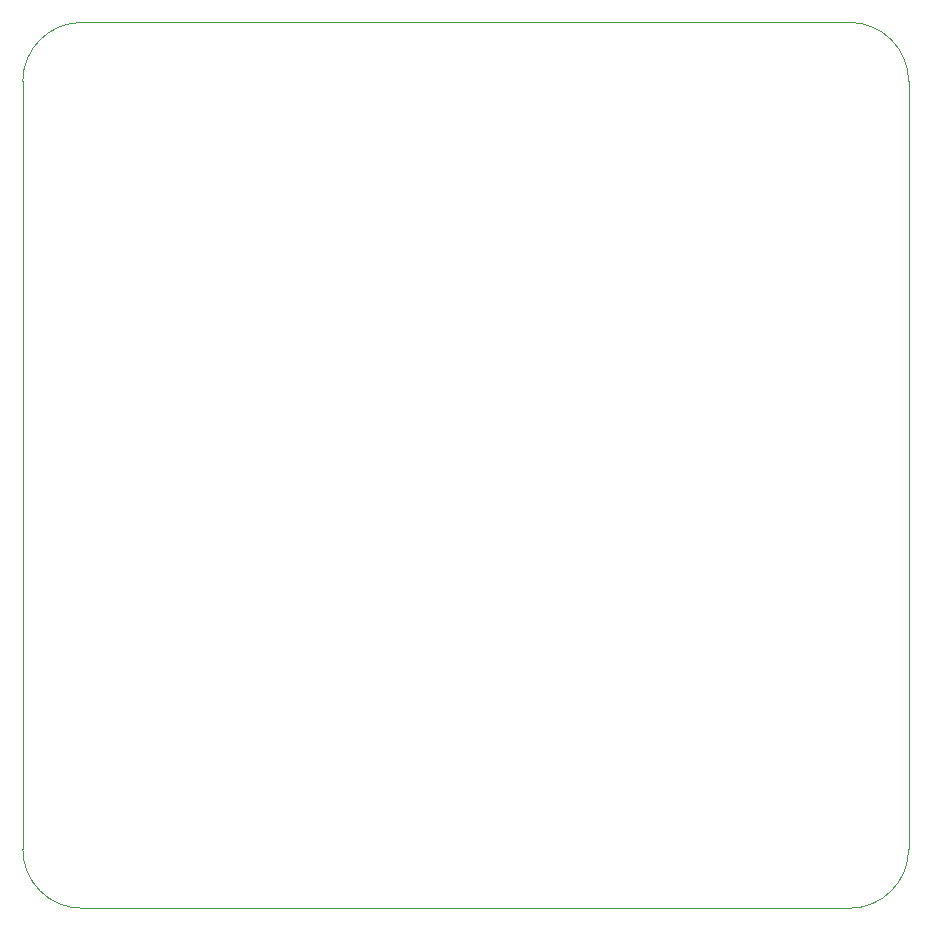
<source format=gm1>
G04 #@! TF.GenerationSoftware,KiCad,Pcbnew,5.1.10-88a1d61d58~90~ubuntu20.04.1*
G04 #@! TF.CreationDate,2021-12-20T19:36:00+01:00*
G04 #@! TF.ProjectId,eval_board_tmc6200-ta,6576616c-5f62-46f6-9172-645f746d6336,rev?*
G04 #@! TF.SameCoordinates,Original*
G04 #@! TF.FileFunction,Profile,NP*
%FSLAX46Y46*%
G04 Gerber Fmt 4.6, Leading zero omitted, Abs format (unit mm)*
G04 Created by KiCad (PCBNEW 5.1.10-88a1d61d58~90~ubuntu20.04.1) date 2021-12-20 19:36:00*
%MOMM*%
%LPD*%
G01*
G04 APERTURE LIST*
G04 #@! TA.AperFunction,Profile*
%ADD10C,0.100000*%
G04 #@! TD*
G04 APERTURE END LIST*
D10*
X88978000Y-125645000D02*
X88978000Y-190645000D01*
X83978000Y-195645000D02*
X18978000Y-195645000D01*
X13978000Y-190645000D02*
X13978000Y-125645000D01*
X18978000Y-120645000D02*
X83978000Y-120645000D01*
X83978000Y-120645000D02*
G75*
G02*
X88978000Y-125645000I0J-5000000D01*
G01*
X13978000Y-125645000D02*
G75*
G02*
X18978000Y-120645000I5000000J0D01*
G01*
X88978000Y-190645000D02*
G75*
G02*
X83978000Y-195645000I-5000000J0D01*
G01*
X18978000Y-195645000D02*
G75*
G02*
X13978000Y-190645000I0J5000000D01*
G01*
M02*

</source>
